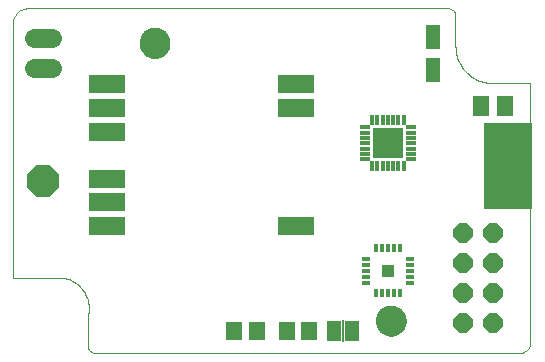
<source format=gbs>
G75*
%MOIN*%
%OFA0B0*%
%FSLAX24Y24*%
%IPPOS*%
%LPD*%
%AMOC8*
5,1,8,0,0,1.08239X$1,22.5*
%
%ADD10C,0.0000*%
%ADD11C,0.1024*%
%ADD12R,0.0552X0.0670*%
%ADD13R,0.0552X0.0631*%
%ADD14OC8,0.0640*%
%ADD15OC8,0.1040*%
%ADD16R,0.0512X0.0827*%
%ADD17R,0.1340X0.0640*%
%ADD18R,0.1600X0.2900*%
%ADD19R,0.0500X0.0670*%
%ADD20R,0.0060X0.0720*%
%ADD21R,0.0320X0.0140*%
%ADD22R,0.0140X0.0320*%
%ADD23R,0.1000X0.1000*%
%ADD24R,0.0434X0.0434*%
%ADD25R,0.0158X0.0296*%
%ADD26R,0.0296X0.0158*%
%ADD27R,0.1221X0.0631*%
%ADD28C,0.0640*%
D10*
X002650Y000550D02*
X002650Y001550D01*
X002663Y001611D01*
X002673Y001672D01*
X002679Y001734D01*
X002681Y001797D01*
X002679Y001859D01*
X002674Y001921D01*
X002665Y001982D01*
X002652Y002043D01*
X002635Y002103D01*
X002615Y002162D01*
X002592Y002220D01*
X002564Y002276D01*
X002534Y002330D01*
X002500Y002383D01*
X002464Y002433D01*
X002424Y002481D01*
X002381Y002527D01*
X002336Y002569D01*
X002289Y002609D01*
X002238Y002647D01*
X002186Y002681D01*
X002132Y002711D01*
X002076Y002739D01*
X002019Y002763D01*
X001960Y002783D01*
X001900Y002800D01*
X000150Y002800D01*
X000150Y011406D01*
X000150Y011300D02*
X000152Y011344D01*
X000158Y011387D01*
X000167Y011429D01*
X000180Y011471D01*
X000197Y011511D01*
X000217Y011550D01*
X000240Y011587D01*
X000267Y011621D01*
X000296Y011654D01*
X000329Y011683D01*
X000363Y011710D01*
X000400Y011733D01*
X000439Y011753D01*
X000479Y011770D01*
X000521Y011783D01*
X000563Y011792D01*
X000606Y011798D01*
X000650Y011800D01*
X014650Y011800D01*
X014680Y011798D01*
X014710Y011793D01*
X014739Y011784D01*
X014766Y011771D01*
X014792Y011756D01*
X014816Y011737D01*
X014837Y011716D01*
X014856Y011692D01*
X014871Y011666D01*
X014884Y011639D01*
X014893Y011610D01*
X014898Y011580D01*
X014900Y011550D01*
X014900Y010550D01*
X014902Y010482D01*
X014907Y010415D01*
X014916Y010348D01*
X014929Y010281D01*
X014946Y010216D01*
X014965Y010151D01*
X014989Y010087D01*
X015016Y010025D01*
X015046Y009964D01*
X015079Y009906D01*
X015115Y009849D01*
X015155Y009794D01*
X015197Y009741D01*
X015243Y009690D01*
X015290Y009643D01*
X015341Y009597D01*
X015394Y009555D01*
X015449Y009515D01*
X015506Y009479D01*
X015564Y009446D01*
X015625Y009416D01*
X015687Y009389D01*
X015751Y009365D01*
X015816Y009346D01*
X015881Y009329D01*
X015948Y009316D01*
X016015Y009307D01*
X016082Y009302D01*
X016150Y009300D01*
X017400Y009300D01*
X017400Y000694D01*
X017398Y000655D01*
X017392Y000617D01*
X017383Y000580D01*
X017370Y000543D01*
X017353Y000508D01*
X017334Y000475D01*
X017311Y000444D01*
X017285Y000415D01*
X017256Y000389D01*
X017225Y000366D01*
X017192Y000347D01*
X017157Y000330D01*
X017120Y000317D01*
X017083Y000308D01*
X017045Y000302D01*
X017006Y000300D01*
X017150Y000300D02*
X002900Y000300D01*
X002870Y000302D01*
X002840Y000307D01*
X002811Y000316D01*
X002784Y000329D01*
X002758Y000344D01*
X002734Y000363D01*
X002713Y000384D01*
X002694Y000408D01*
X002679Y000434D01*
X002666Y000461D01*
X002657Y000490D01*
X002652Y000520D01*
X002650Y000550D01*
X012256Y001383D02*
X012258Y001427D01*
X012264Y001471D01*
X012274Y001514D01*
X012287Y001556D01*
X012305Y001596D01*
X012326Y001635D01*
X012350Y001672D01*
X012377Y001707D01*
X012408Y001739D01*
X012441Y001768D01*
X012477Y001794D01*
X012515Y001816D01*
X012555Y001835D01*
X012596Y001851D01*
X012639Y001863D01*
X012682Y001871D01*
X012726Y001875D01*
X012770Y001875D01*
X012814Y001871D01*
X012857Y001863D01*
X012900Y001851D01*
X012941Y001835D01*
X012981Y001816D01*
X013019Y001794D01*
X013055Y001768D01*
X013088Y001739D01*
X013119Y001707D01*
X013146Y001672D01*
X013170Y001635D01*
X013191Y001596D01*
X013209Y001556D01*
X013222Y001514D01*
X013232Y001471D01*
X013238Y001427D01*
X013240Y001383D01*
X013238Y001339D01*
X013232Y001295D01*
X013222Y001252D01*
X013209Y001210D01*
X013191Y001170D01*
X013170Y001131D01*
X013146Y001094D01*
X013119Y001059D01*
X013088Y001027D01*
X013055Y000998D01*
X013019Y000972D01*
X012981Y000950D01*
X012941Y000931D01*
X012900Y000915D01*
X012857Y000903D01*
X012814Y000895D01*
X012770Y000891D01*
X012726Y000891D01*
X012682Y000895D01*
X012639Y000903D01*
X012596Y000915D01*
X012555Y000931D01*
X012515Y000950D01*
X012477Y000972D01*
X012441Y000998D01*
X012408Y001027D01*
X012377Y001059D01*
X012350Y001094D01*
X012326Y001131D01*
X012305Y001170D01*
X012287Y001210D01*
X012274Y001252D01*
X012264Y001295D01*
X012258Y001339D01*
X012256Y001383D01*
X004382Y010635D02*
X004384Y010679D01*
X004390Y010723D01*
X004400Y010766D01*
X004413Y010808D01*
X004431Y010848D01*
X004452Y010887D01*
X004476Y010924D01*
X004503Y010959D01*
X004534Y010991D01*
X004567Y011020D01*
X004603Y011046D01*
X004641Y011068D01*
X004681Y011087D01*
X004722Y011103D01*
X004765Y011115D01*
X004808Y011123D01*
X004852Y011127D01*
X004896Y011127D01*
X004940Y011123D01*
X004983Y011115D01*
X005026Y011103D01*
X005067Y011087D01*
X005107Y011068D01*
X005145Y011046D01*
X005181Y011020D01*
X005214Y010991D01*
X005245Y010959D01*
X005272Y010924D01*
X005296Y010887D01*
X005317Y010848D01*
X005335Y010808D01*
X005348Y010766D01*
X005358Y010723D01*
X005364Y010679D01*
X005366Y010635D01*
X005364Y010591D01*
X005358Y010547D01*
X005348Y010504D01*
X005335Y010462D01*
X005317Y010422D01*
X005296Y010383D01*
X005272Y010346D01*
X005245Y010311D01*
X005214Y010279D01*
X005181Y010250D01*
X005145Y010224D01*
X005107Y010202D01*
X005067Y010183D01*
X005026Y010167D01*
X004983Y010155D01*
X004940Y010147D01*
X004896Y010143D01*
X004852Y010143D01*
X004808Y010147D01*
X004765Y010155D01*
X004722Y010167D01*
X004681Y010183D01*
X004641Y010202D01*
X004603Y010224D01*
X004567Y010250D01*
X004534Y010279D01*
X004503Y010311D01*
X004476Y010346D01*
X004452Y010383D01*
X004431Y010422D01*
X004413Y010462D01*
X004400Y010504D01*
X004390Y010547D01*
X004384Y010591D01*
X004382Y010635D01*
D11*
X004874Y010635D03*
X012748Y001383D03*
D12*
X015756Y008550D03*
X016544Y008550D03*
D13*
X010024Y001050D03*
X009276Y001050D03*
X008274Y001050D03*
X007526Y001050D03*
D14*
X015150Y001300D03*
X016150Y001300D03*
X016150Y002300D03*
X015150Y002300D03*
X015150Y003300D03*
X016150Y003300D03*
X016150Y004300D03*
X015150Y004300D03*
D15*
X001150Y006050D03*
D16*
X014150Y009749D03*
X014150Y010851D03*
D17*
X016650Y007550D03*
X016650Y006550D03*
X016650Y005550D03*
D18*
X016650Y006550D03*
D19*
X011450Y001050D03*
X010850Y001050D03*
D20*
X011150Y001050D03*
D21*
X011880Y006770D03*
X011880Y006950D03*
X011880Y007120D03*
X011880Y007300D03*
X011880Y007480D03*
X011880Y007650D03*
X011880Y007830D03*
X013420Y007830D03*
X013420Y007650D03*
X013420Y007480D03*
X013420Y007300D03*
X013420Y007120D03*
X013420Y006950D03*
X013420Y006770D03*
D22*
X013180Y006530D03*
X013000Y006530D03*
X012830Y006530D03*
X012650Y006530D03*
X012470Y006530D03*
X012300Y006530D03*
X012120Y006530D03*
X012120Y008070D03*
X012300Y008070D03*
X012470Y008070D03*
X012650Y008070D03*
X012830Y008070D03*
X013000Y008070D03*
X013180Y008070D03*
D23*
X012650Y007300D03*
D24*
X012650Y003050D03*
D25*
X012650Y002302D03*
X012847Y002302D03*
X013044Y002302D03*
X012453Y002302D03*
X012256Y002302D03*
X012256Y003798D03*
X012453Y003798D03*
X012650Y003798D03*
X012847Y003798D03*
X013044Y003798D03*
D26*
X013398Y003444D03*
X013398Y003247D03*
X013398Y003050D03*
X013398Y002853D03*
X013398Y002656D03*
X011902Y002656D03*
X011902Y002853D03*
X011902Y003050D03*
X011902Y003247D03*
X011902Y003444D03*
D27*
X009587Y004544D03*
X009587Y008481D03*
X009587Y009269D03*
X003288Y009269D03*
X003288Y008481D03*
X003288Y007694D03*
X003288Y006119D03*
X003288Y005331D03*
X003288Y004544D03*
D28*
X001450Y009800D02*
X000850Y009800D01*
X000850Y010800D02*
X001450Y010800D01*
M02*

</source>
